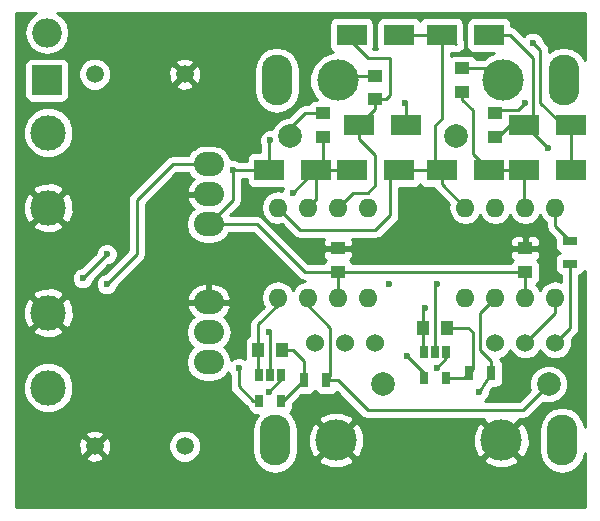
<source format=gbr>
G04 #@! TF.FileFunction,Copper,L2,Bot,Signal*
%FSLAX46Y46*%
G04 Gerber Fmt 4.6, Leading zero omitted, Abs format (unit mm)*
G04 Created by KiCad (PCBNEW 0.201505300414+5690~23~ubuntu14.04.1-product) date Sat 20 Jun 2015 09:37:00 PM PDT*
%MOMM*%
G01*
G04 APERTURE LIST*
%ADD10C,0.100000*%
%ADD11O,1.600000X1.600000*%
%ADD12R,1.250000X1.000000*%
%ADD13R,1.000000X1.250000*%
%ADD14R,0.700000X1.300000*%
%ADD15C,1.524000*%
%ADD16R,1.300000X0.700000*%
%ADD17R,0.650000X1.060000*%
%ADD18O,2.540000X2.032000*%
%ADD19R,2.500000X2.500000*%
%ADD20O,2.500000X2.500000*%
%ADD21R,2.499360X1.800860*%
%ADD22C,1.501140*%
%ADD23C,3.000000*%
%ADD24C,2.000000*%
%ADD25C,3.500000*%
%ADD26O,2.600000X4.300000*%
%ADD27C,0.600000*%
%ADD28C,0.250000*%
%ADD29C,0.254000*%
G04 APERTURE END LIST*
D10*
D11*
X97790000Y-74295000D03*
X95250000Y-74295000D03*
X92710000Y-74295000D03*
X90170000Y-74295000D03*
X90170000Y-81915000D03*
X92710000Y-81915000D03*
X95250000Y-81915000D03*
X97790000Y-81915000D03*
D12*
X98425000Y-65135000D03*
X98425000Y-63135000D03*
X93980000Y-68310000D03*
X93980000Y-66310000D03*
D13*
X90535000Y-86360000D03*
X88535000Y-86360000D03*
D12*
X95250000Y-77740000D03*
X95250000Y-79740000D03*
D14*
X94295000Y-88900000D03*
X92395000Y-88900000D03*
D15*
X95885000Y-85725000D03*
X98425000Y-85725000D03*
X93345000Y-85725000D03*
D11*
X113665000Y-74295000D03*
X111125000Y-74295000D03*
X108585000Y-74295000D03*
X106045000Y-74295000D03*
X106045000Y-81915000D03*
X108585000Y-81915000D03*
X111125000Y-81915000D03*
X113665000Y-81915000D03*
D12*
X105791000Y-64500000D03*
X105791000Y-62500000D03*
X108585000Y-68310000D03*
X108585000Y-66310000D03*
D13*
X104505000Y-84455000D03*
X102505000Y-84455000D03*
D12*
X111125000Y-77740000D03*
X111125000Y-79740000D03*
D16*
X114935000Y-79055000D03*
X114935000Y-77155000D03*
D14*
X108265000Y-88265000D03*
X106365000Y-88265000D03*
D15*
X111125000Y-85725000D03*
X113665000Y-85725000D03*
X108585000Y-85725000D03*
D17*
X88585000Y-88435000D03*
X89535000Y-88435000D03*
X90485000Y-88435000D03*
X90485000Y-90635000D03*
X88585000Y-90635000D03*
D18*
X84328000Y-73152000D03*
X84328000Y-75692000D03*
X84328000Y-70612000D03*
X84328000Y-84836000D03*
X84328000Y-87376000D03*
X84328000Y-82296000D03*
D17*
X102555000Y-86530000D03*
X103505000Y-86530000D03*
X104455000Y-86530000D03*
X104455000Y-88730000D03*
X102555000Y-88730000D03*
D19*
X70612000Y-63500000D03*
D20*
X70612000Y-59500000D03*
D21*
X89441020Y-71120000D03*
X93438980Y-71120000D03*
X96426020Y-71120000D03*
X100423980Y-71120000D03*
X101058980Y-67310000D03*
X97061020Y-67310000D03*
X96426020Y-59690000D03*
X100423980Y-59690000D03*
X115028980Y-67310000D03*
X111031020Y-67310000D03*
X108043980Y-59690000D03*
X104046020Y-59690000D03*
X115028980Y-71120000D03*
X111031020Y-71120000D03*
X108043980Y-71120000D03*
X104046020Y-71120000D03*
D22*
X82296000Y-62992000D03*
X74676000Y-62992000D03*
X82296000Y-94488000D03*
X74676000Y-94488000D03*
D23*
X70738000Y-89535000D03*
X70738000Y-67945000D03*
X70738000Y-83185000D03*
X70738000Y-74295000D03*
D24*
X99108000Y-89230000D03*
D25*
X95108000Y-93980000D03*
D26*
X89958000Y-93980000D03*
D25*
X109108000Y-93980000D03*
D26*
X114258000Y-93980000D03*
D24*
X113108000Y-89230000D03*
X105235000Y-68250000D03*
D25*
X109235000Y-63500000D03*
D26*
X114385000Y-63500000D03*
D25*
X95235000Y-63500000D03*
D26*
X90085000Y-63500000D03*
D24*
X91235000Y-68250000D03*
D27*
X99568000Y-80772000D03*
X91440000Y-73025000D03*
X89408000Y-84836000D03*
X103632000Y-80772000D03*
X86868000Y-87884000D03*
X101092000Y-86868000D03*
X89535000Y-68580000D03*
X100965000Y-65405000D03*
X111760000Y-60325000D03*
X86360000Y-71120000D03*
X103632000Y-87884000D03*
X89408000Y-89916000D03*
X97536000Y-77724000D03*
X108585000Y-77470000D03*
X113030000Y-69215000D03*
X102616000Y-82804000D03*
X107188000Y-89916000D03*
X75692000Y-80772000D03*
X111125000Y-65405000D03*
X73660000Y-80264000D03*
X75692000Y-78232000D03*
D28*
X97061020Y-67310000D02*
X97061020Y-68486020D01*
X96520000Y-73025000D02*
X95250000Y-74295000D01*
X97790000Y-73025000D02*
X96520000Y-73025000D01*
X98425000Y-72390000D02*
X97790000Y-73025000D01*
X98425000Y-69850000D02*
X98425000Y-72390000D01*
X97061020Y-68486020D02*
X98425000Y-69850000D01*
X98425000Y-65135000D02*
X99330000Y-65135000D01*
X97790000Y-61595000D02*
X96426020Y-60231020D01*
X99695000Y-61595000D02*
X97790000Y-61595000D01*
X99695000Y-64770000D02*
X99695000Y-61595000D01*
X99330000Y-65135000D02*
X99695000Y-64770000D01*
X96426020Y-60231020D02*
X96426020Y-59690000D01*
X98425000Y-65135000D02*
X98425000Y-65946020D01*
X98425000Y-65946020D02*
X97061020Y-67310000D01*
X97061020Y-67310000D02*
X96012000Y-67310000D01*
X96553020Y-66802000D02*
X97061020Y-67310000D01*
X93438980Y-71120000D02*
X93345000Y-71120000D01*
X93345000Y-71120000D02*
X91440000Y-73025000D01*
X93980000Y-68310000D02*
X93980000Y-70578980D01*
X93980000Y-70578980D02*
X93438980Y-71120000D01*
X93438980Y-71120000D02*
X93438980Y-73566020D01*
X93438980Y-73566020D02*
X92710000Y-74295000D01*
X93438980Y-71120000D02*
X96426020Y-71120000D01*
X93920000Y-68250000D02*
X93980000Y-68310000D01*
X89535000Y-84963000D02*
X89535000Y-88435000D01*
X89408000Y-84836000D02*
X89535000Y-84963000D01*
X103505000Y-86530000D02*
X103505000Y-80899000D01*
X103505000Y-80899000D02*
X103632000Y-80772000D01*
X90170000Y-74295000D02*
X92075000Y-76200000D01*
X99695000Y-74930000D02*
X99695000Y-71848980D01*
X98425000Y-76200000D02*
X99695000Y-74930000D01*
X92075000Y-76200000D02*
X98425000Y-76200000D01*
X99695000Y-71848980D02*
X100423980Y-71120000D01*
X104046020Y-71120000D02*
X104046020Y-72296020D01*
X104046020Y-72296020D02*
X106045000Y-74295000D01*
X104046020Y-59690000D02*
X104046020Y-66768980D01*
X103505000Y-67310000D02*
X103505000Y-70578980D01*
X104046020Y-66768980D02*
X103505000Y-67310000D01*
X103505000Y-70578980D02*
X104046020Y-71120000D01*
X100423980Y-59690000D02*
X104046020Y-59690000D01*
X100423980Y-71120000D02*
X104046020Y-71120000D01*
X100423980Y-59690000D02*
X100457000Y-59690000D01*
X100423980Y-71120000D02*
X100423980Y-70578980D01*
X104046020Y-59690000D02*
X104013000Y-59690000D01*
X104521000Y-59690000D02*
X105283000Y-60452000D01*
X104046020Y-59690000D02*
X104521000Y-59690000D01*
X88535000Y-86360000D02*
X88535000Y-88385000D01*
X88535000Y-88385000D02*
X88585000Y-88435000D01*
X90170000Y-81915000D02*
X90170000Y-82550000D01*
X90170000Y-82550000D02*
X88535000Y-84185000D01*
X88535000Y-84185000D02*
X88535000Y-86360000D01*
X94295000Y-88900000D02*
X95250000Y-88900000D01*
X110898000Y-91440000D02*
X113108000Y-89230000D01*
X97790000Y-91440000D02*
X110898000Y-91440000D01*
X95250000Y-88900000D02*
X97790000Y-91440000D01*
X92710000Y-81915000D02*
X92710000Y-82550000D01*
X92710000Y-82550000D02*
X94615000Y-84455000D01*
X94615000Y-84455000D02*
X94615000Y-88580000D01*
X94615000Y-88580000D02*
X94295000Y-88900000D01*
X88585000Y-90635000D02*
X88095000Y-90635000D01*
X86868000Y-89408000D02*
X86868000Y-87884000D01*
X88095000Y-90635000D02*
X86868000Y-89408000D01*
X102555000Y-88730000D02*
X102555000Y-88331000D01*
X102555000Y-88331000D02*
X101092000Y-86868000D01*
X111125000Y-79740000D02*
X111125000Y-81915000D01*
X95250000Y-79740000D02*
X111125000Y-79740000D01*
X95250000Y-79740000D02*
X95250000Y-81915000D01*
X84328000Y-75692000D02*
X88392000Y-75692000D01*
X92440000Y-79740000D02*
X95250000Y-79740000D01*
X88392000Y-75692000D02*
X92440000Y-79740000D01*
X89441020Y-68673980D02*
X89441020Y-71120000D01*
X89535000Y-68580000D02*
X89441020Y-68673980D01*
X115028980Y-67310000D02*
X114300000Y-67310000D01*
X114300000Y-67310000D02*
X112395000Y-65405000D01*
X101058980Y-65498980D02*
X101058980Y-67310000D01*
X100965000Y-65405000D02*
X101058980Y-65498980D01*
X112395000Y-60960000D02*
X111760000Y-60325000D01*
X112395000Y-65405000D02*
X112395000Y-60960000D01*
X115028980Y-67310000D02*
X115028980Y-71120000D01*
X86360000Y-71120000D02*
X89441020Y-71120000D01*
X84328000Y-75692000D02*
X86360000Y-73660000D01*
X86360000Y-73660000D02*
X86360000Y-71120000D01*
X88949020Y-71612000D02*
X89441020Y-71120000D01*
X84328000Y-75692000D02*
X84582000Y-75692000D01*
X115028980Y-71120000D02*
X114046000Y-71120000D01*
X98425000Y-63135000D02*
X95600000Y-63135000D01*
X95600000Y-63135000D02*
X95235000Y-63500000D01*
X91235000Y-68250000D02*
X91235000Y-67515000D01*
X91235000Y-67515000D02*
X92440000Y-66310000D01*
X92440000Y-66310000D02*
X93980000Y-66310000D01*
X104455000Y-86530000D02*
X104455000Y-87061000D01*
X104455000Y-87061000D02*
X103632000Y-87884000D01*
X90485000Y-88435000D02*
X90485000Y-88839000D01*
X90485000Y-88839000D02*
X89408000Y-89916000D01*
X95250000Y-77740000D02*
X97520000Y-77740000D01*
X97520000Y-77740000D02*
X97536000Y-77724000D01*
X111125000Y-77740000D02*
X108855000Y-77740000D01*
X108855000Y-77740000D02*
X108585000Y-77470000D01*
X90535000Y-88385000D02*
X90485000Y-88435000D01*
X90535000Y-86360000D02*
X91440000Y-86360000D01*
X92395000Y-87315000D02*
X92395000Y-88900000D01*
X91440000Y-86360000D02*
X92395000Y-87315000D01*
X90485000Y-90635000D02*
X90660000Y-90635000D01*
X90660000Y-90635000D02*
X92395000Y-88900000D01*
X113665000Y-74295000D02*
X113665000Y-75885000D01*
X113665000Y-75885000D02*
X114935000Y-77155000D01*
X111031020Y-71120000D02*
X111031020Y-74201020D01*
X111031020Y-74201020D02*
X111125000Y-74295000D01*
X105791000Y-64500000D02*
X105791000Y-65151000D01*
X106680000Y-69756020D02*
X108043980Y-71120000D01*
X106680000Y-66040000D02*
X106680000Y-69756020D01*
X105791000Y-65151000D02*
X106680000Y-66040000D01*
X108043980Y-71120000D02*
X111031020Y-71120000D01*
X113030000Y-69215000D02*
X111125000Y-67310000D01*
X111125000Y-67310000D02*
X111031020Y-67310000D01*
X111031020Y-67310000D02*
X109855000Y-67310000D01*
X109855000Y-67310000D02*
X108855000Y-68310000D01*
X108855000Y-68310000D02*
X108585000Y-68310000D01*
X108043980Y-59690000D02*
X109855000Y-59690000D01*
X111760000Y-61595000D02*
X111760000Y-66581020D01*
X109855000Y-59690000D02*
X111760000Y-61595000D01*
X111760000Y-66581020D02*
X111031020Y-67310000D01*
X111031020Y-67403980D02*
X111031020Y-67310000D01*
X108043980Y-59690000D02*
X109093000Y-59690000D01*
X108535000Y-68260000D02*
X108585000Y-68310000D01*
X108585000Y-68310000D02*
X108585000Y-68326000D01*
X102505000Y-84455000D02*
X102505000Y-82915000D01*
X102505000Y-82915000D02*
X102616000Y-82804000D01*
X102505000Y-84455000D02*
X102505000Y-86480000D01*
X102505000Y-86480000D02*
X102555000Y-86530000D01*
X102505000Y-84455000D02*
X102505000Y-84185000D01*
X102489000Y-84455000D02*
X102505000Y-84455000D01*
X107188000Y-89916000D02*
X108265000Y-88265000D01*
X108265000Y-88265000D02*
X108265000Y-87310000D01*
X107315000Y-83185000D02*
X108585000Y-81915000D01*
X107315000Y-86360000D02*
X107315000Y-83185000D01*
X108265000Y-87310000D02*
X107315000Y-86360000D01*
X108585000Y-81915000D02*
X109093000Y-81915000D01*
X113665000Y-81915000D02*
X113665000Y-83185000D01*
X113665000Y-83185000D02*
X111125000Y-85725000D01*
X81280000Y-70612000D02*
X84328000Y-70612000D01*
X78232000Y-73660000D02*
X81280000Y-70612000D01*
X78232000Y-78232000D02*
X78232000Y-73660000D01*
X75692000Y-80772000D02*
X78232000Y-78232000D01*
X105791000Y-62500000D02*
X108235000Y-62500000D01*
X108235000Y-62500000D02*
X109235000Y-63500000D01*
X111125000Y-65405000D02*
X110490000Y-66040000D01*
X110490000Y-66040000D02*
X108855000Y-66040000D01*
X108855000Y-66040000D02*
X108585000Y-66310000D01*
X104505000Y-84455000D02*
X106299000Y-84455000D01*
X106680000Y-84836000D02*
X106680000Y-87950000D01*
X106299000Y-84455000D02*
X106680000Y-84836000D01*
X106680000Y-87950000D02*
X106365000Y-88265000D01*
X104455000Y-88730000D02*
X105900000Y-88730000D01*
X105900000Y-88730000D02*
X106365000Y-88265000D01*
X106290000Y-88265000D02*
X106365000Y-88265000D01*
X106365000Y-88707000D02*
X106365000Y-88265000D01*
X104505000Y-84471000D02*
X104505000Y-84455000D01*
X73660000Y-80264000D02*
X75692000Y-78232000D01*
X113665000Y-85725000D02*
X114935000Y-84455000D01*
X114935000Y-84455000D02*
X114935000Y-79055000D01*
D29*
G36*
X90632000Y-88562000D02*
X90612000Y-88562000D01*
X90612000Y-88582000D01*
X90507440Y-88582000D01*
X90507440Y-88288000D01*
X90612000Y-88288000D01*
X90612000Y-88308000D01*
X90632000Y-88308000D01*
X90632000Y-88562000D01*
X90632000Y-88562000D01*
G37*
X90632000Y-88562000D02*
X90612000Y-88562000D01*
X90612000Y-88582000D01*
X90507440Y-88582000D01*
X90507440Y-88288000D01*
X90612000Y-88288000D01*
X90612000Y-88308000D01*
X90632000Y-88308000D01*
X90632000Y-88562000D01*
G36*
X114175000Y-80553332D02*
X113665000Y-80451887D01*
X113115849Y-80561120D01*
X112650302Y-80872189D01*
X112395000Y-81254274D01*
X112139698Y-80872189D01*
X112042596Y-80807307D01*
X112204927Y-80700673D01*
X112347377Y-80489640D01*
X112397440Y-80240000D01*
X112397440Y-79240000D01*
X112350463Y-78997877D01*
X112210673Y-78785073D01*
X112146362Y-78741662D01*
X112288327Y-78599698D01*
X112385000Y-78366309D01*
X112385000Y-78025750D01*
X112385000Y-77454250D01*
X112385000Y-77113691D01*
X112288327Y-76880302D01*
X112109699Y-76701673D01*
X111876310Y-76605000D01*
X111623691Y-76605000D01*
X111410750Y-76605000D01*
X111252000Y-76763750D01*
X111252000Y-77613000D01*
X112226250Y-77613000D01*
X112385000Y-77454250D01*
X112385000Y-78025750D01*
X112226250Y-77867000D01*
X111252000Y-77867000D01*
X111252000Y-77887000D01*
X110998000Y-77887000D01*
X110998000Y-77867000D01*
X110998000Y-77613000D01*
X110998000Y-76763750D01*
X110839250Y-76605000D01*
X110626309Y-76605000D01*
X110373690Y-76605000D01*
X110140301Y-76701673D01*
X109961673Y-76880302D01*
X109865000Y-77113691D01*
X109865000Y-77454250D01*
X110023750Y-77613000D01*
X110998000Y-77613000D01*
X110998000Y-77867000D01*
X110023750Y-77867000D01*
X109865000Y-78025750D01*
X109865000Y-78366309D01*
X109961673Y-78599698D01*
X110103150Y-78741176D01*
X110045073Y-78779327D01*
X109909616Y-78980000D01*
X96463719Y-78980000D01*
X96335673Y-78785073D01*
X96271362Y-78741662D01*
X96413327Y-78599698D01*
X96510000Y-78366309D01*
X96510000Y-78025750D01*
X96351250Y-77867000D01*
X95377000Y-77867000D01*
X95377000Y-77887000D01*
X95123000Y-77887000D01*
X95123000Y-77867000D01*
X94148750Y-77867000D01*
X93990000Y-78025750D01*
X93990000Y-78366309D01*
X94086673Y-78599698D01*
X94228150Y-78741176D01*
X94170073Y-78779327D01*
X94034616Y-78980000D01*
X92754802Y-78980000D01*
X88929401Y-75154599D01*
X88682839Y-74989852D01*
X88392000Y-74932000D01*
X86162802Y-74932000D01*
X86897401Y-74197401D01*
X87062148Y-73950839D01*
X87120000Y-73660000D01*
X87120000Y-71880000D01*
X87543900Y-71880000D01*
X87543900Y-72020430D01*
X87590877Y-72262553D01*
X87730667Y-72475357D01*
X87941700Y-72617807D01*
X88191340Y-72667870D01*
X90575889Y-72667870D01*
X90505162Y-72838201D01*
X90505109Y-72898544D01*
X90170000Y-72831887D01*
X89620849Y-72941120D01*
X89155302Y-73252189D01*
X88844233Y-73717736D01*
X88735000Y-74266887D01*
X88735000Y-74323113D01*
X88844233Y-74872264D01*
X89155302Y-75337811D01*
X89620849Y-75648880D01*
X90170000Y-75758113D01*
X90493886Y-75693688D01*
X91537599Y-76737401D01*
X91784161Y-76902148D01*
X92075000Y-76960000D01*
X94053660Y-76960000D01*
X93990000Y-77113691D01*
X93990000Y-77454250D01*
X94148750Y-77613000D01*
X95123000Y-77613000D01*
X95123000Y-77593000D01*
X95377000Y-77593000D01*
X95377000Y-77613000D01*
X96351250Y-77613000D01*
X96510000Y-77454250D01*
X96510000Y-77113691D01*
X96446339Y-76960000D01*
X98425000Y-76960000D01*
X98715839Y-76902148D01*
X98962401Y-76737401D01*
X100232401Y-75467401D01*
X100397148Y-75220840D01*
X100397148Y-75220839D01*
X100455000Y-74930000D01*
X100455000Y-72667870D01*
X101673660Y-72667870D01*
X101915783Y-72620893D01*
X102128587Y-72481103D01*
X102235448Y-72322792D01*
X102335667Y-72475357D01*
X102546700Y-72617807D01*
X102796340Y-72667870D01*
X103398001Y-72667870D01*
X103508619Y-72833421D01*
X104665096Y-73989898D01*
X104610000Y-74266887D01*
X104610000Y-74323113D01*
X104719233Y-74872264D01*
X105030302Y-75337811D01*
X105495849Y-75648880D01*
X106045000Y-75758113D01*
X106594151Y-75648880D01*
X107059698Y-75337811D01*
X107315000Y-74955725D01*
X107570302Y-75337811D01*
X108035849Y-75648880D01*
X108585000Y-75758113D01*
X109134151Y-75648880D01*
X109599698Y-75337811D01*
X109855000Y-74955725D01*
X110110302Y-75337811D01*
X110575849Y-75648880D01*
X111125000Y-75758113D01*
X111674151Y-75648880D01*
X112139698Y-75337811D01*
X112395000Y-74955725D01*
X112650302Y-75337811D01*
X112905000Y-75507995D01*
X112905000Y-75885000D01*
X112962852Y-76175839D01*
X113127599Y-76422401D01*
X113637560Y-76932362D01*
X113637560Y-77505000D01*
X113684537Y-77747123D01*
X113824327Y-77959927D01*
X114035360Y-78102377D01*
X114044530Y-78104216D01*
X114042877Y-78104537D01*
X113830073Y-78244327D01*
X113687623Y-78455360D01*
X113637560Y-78705000D01*
X113637560Y-79405000D01*
X113684537Y-79647123D01*
X113824327Y-79859927D01*
X114035360Y-80002377D01*
X114175000Y-80030380D01*
X114175000Y-80553332D01*
X114175000Y-80553332D01*
G37*
X114175000Y-80553332D02*
X113665000Y-80451887D01*
X113115849Y-80561120D01*
X112650302Y-80872189D01*
X112395000Y-81254274D01*
X112139698Y-80872189D01*
X112042596Y-80807307D01*
X112204927Y-80700673D01*
X112347377Y-80489640D01*
X112397440Y-80240000D01*
X112397440Y-79240000D01*
X112350463Y-78997877D01*
X112210673Y-78785073D01*
X112146362Y-78741662D01*
X112288327Y-78599698D01*
X112385000Y-78366309D01*
X112385000Y-78025750D01*
X112385000Y-77454250D01*
X112385000Y-77113691D01*
X112288327Y-76880302D01*
X112109699Y-76701673D01*
X111876310Y-76605000D01*
X111623691Y-76605000D01*
X111410750Y-76605000D01*
X111252000Y-76763750D01*
X111252000Y-77613000D01*
X112226250Y-77613000D01*
X112385000Y-77454250D01*
X112385000Y-78025750D01*
X112226250Y-77867000D01*
X111252000Y-77867000D01*
X111252000Y-77887000D01*
X110998000Y-77887000D01*
X110998000Y-77867000D01*
X110998000Y-77613000D01*
X110998000Y-76763750D01*
X110839250Y-76605000D01*
X110626309Y-76605000D01*
X110373690Y-76605000D01*
X110140301Y-76701673D01*
X109961673Y-76880302D01*
X109865000Y-77113691D01*
X109865000Y-77454250D01*
X110023750Y-77613000D01*
X110998000Y-77613000D01*
X110998000Y-77867000D01*
X110023750Y-77867000D01*
X109865000Y-78025750D01*
X109865000Y-78366309D01*
X109961673Y-78599698D01*
X110103150Y-78741176D01*
X110045073Y-78779327D01*
X109909616Y-78980000D01*
X96463719Y-78980000D01*
X96335673Y-78785073D01*
X96271362Y-78741662D01*
X96413327Y-78599698D01*
X96510000Y-78366309D01*
X96510000Y-78025750D01*
X96351250Y-77867000D01*
X95377000Y-77867000D01*
X95377000Y-77887000D01*
X95123000Y-77887000D01*
X95123000Y-77867000D01*
X94148750Y-77867000D01*
X93990000Y-78025750D01*
X93990000Y-78366309D01*
X94086673Y-78599698D01*
X94228150Y-78741176D01*
X94170073Y-78779327D01*
X94034616Y-78980000D01*
X92754802Y-78980000D01*
X88929401Y-75154599D01*
X88682839Y-74989852D01*
X88392000Y-74932000D01*
X86162802Y-74932000D01*
X86897401Y-74197401D01*
X87062148Y-73950839D01*
X87120000Y-73660000D01*
X87120000Y-71880000D01*
X87543900Y-71880000D01*
X87543900Y-72020430D01*
X87590877Y-72262553D01*
X87730667Y-72475357D01*
X87941700Y-72617807D01*
X88191340Y-72667870D01*
X90575889Y-72667870D01*
X90505162Y-72838201D01*
X90505109Y-72898544D01*
X90170000Y-72831887D01*
X89620849Y-72941120D01*
X89155302Y-73252189D01*
X88844233Y-73717736D01*
X88735000Y-74266887D01*
X88735000Y-74323113D01*
X88844233Y-74872264D01*
X89155302Y-75337811D01*
X89620849Y-75648880D01*
X90170000Y-75758113D01*
X90493886Y-75693688D01*
X91537599Y-76737401D01*
X91784161Y-76902148D01*
X92075000Y-76960000D01*
X94053660Y-76960000D01*
X93990000Y-77113691D01*
X93990000Y-77454250D01*
X94148750Y-77613000D01*
X95123000Y-77613000D01*
X95123000Y-77593000D01*
X95377000Y-77593000D01*
X95377000Y-77613000D01*
X96351250Y-77613000D01*
X96510000Y-77454250D01*
X96510000Y-77113691D01*
X96446339Y-76960000D01*
X98425000Y-76960000D01*
X98715839Y-76902148D01*
X98962401Y-76737401D01*
X100232401Y-75467401D01*
X100397148Y-75220840D01*
X100397148Y-75220839D01*
X100455000Y-74930000D01*
X100455000Y-72667870D01*
X101673660Y-72667870D01*
X101915783Y-72620893D01*
X102128587Y-72481103D01*
X102235448Y-72322792D01*
X102335667Y-72475357D01*
X102546700Y-72617807D01*
X102796340Y-72667870D01*
X103398001Y-72667870D01*
X103508619Y-72833421D01*
X104665096Y-73989898D01*
X104610000Y-74266887D01*
X104610000Y-74323113D01*
X104719233Y-74872264D01*
X105030302Y-75337811D01*
X105495849Y-75648880D01*
X106045000Y-75758113D01*
X106594151Y-75648880D01*
X107059698Y-75337811D01*
X107315000Y-74955725D01*
X107570302Y-75337811D01*
X108035849Y-75648880D01*
X108585000Y-75758113D01*
X109134151Y-75648880D01*
X109599698Y-75337811D01*
X109855000Y-74955725D01*
X110110302Y-75337811D01*
X110575849Y-75648880D01*
X111125000Y-75758113D01*
X111674151Y-75648880D01*
X112139698Y-75337811D01*
X112395000Y-74955725D01*
X112650302Y-75337811D01*
X112905000Y-75507995D01*
X112905000Y-75885000D01*
X112962852Y-76175839D01*
X113127599Y-76422401D01*
X113637560Y-76932362D01*
X113637560Y-77505000D01*
X113684537Y-77747123D01*
X113824327Y-77959927D01*
X114035360Y-78102377D01*
X114044530Y-78104216D01*
X114042877Y-78104537D01*
X113830073Y-78244327D01*
X113687623Y-78455360D01*
X113637560Y-78705000D01*
X113637560Y-79405000D01*
X113684537Y-79647123D01*
X113824327Y-79859927D01*
X114035360Y-80002377D01*
X114175000Y-80030380D01*
X114175000Y-80553332D01*
G36*
X116155000Y-99645000D02*
X111498956Y-99645000D01*
X111498956Y-94423409D01*
X111486641Y-93474677D01*
X111147271Y-92655364D01*
X110802528Y-92465077D01*
X109287605Y-93980000D01*
X110802528Y-95494923D01*
X111147271Y-95304636D01*
X111498956Y-94423409D01*
X111498956Y-99645000D01*
X110622923Y-99645000D01*
X110622923Y-95674528D01*
X109108000Y-94159605D01*
X108928395Y-94339210D01*
X108928395Y-93980000D01*
X107413472Y-92465077D01*
X107068729Y-92655364D01*
X106717044Y-93536591D01*
X106729359Y-94485323D01*
X107068729Y-95304636D01*
X107413472Y-95494923D01*
X108928395Y-93980000D01*
X108928395Y-94339210D01*
X107593077Y-95674528D01*
X107783364Y-96019271D01*
X108664591Y-96370956D01*
X109613323Y-96358641D01*
X110432636Y-96019271D01*
X110622923Y-95674528D01*
X110622923Y-99645000D01*
X97498956Y-99645000D01*
X97498956Y-94423409D01*
X97486641Y-93474677D01*
X97147271Y-92655364D01*
X96802528Y-92465077D01*
X96622923Y-92644682D01*
X96622923Y-92285472D01*
X96432636Y-91940729D01*
X95551409Y-91589044D01*
X94602677Y-91601359D01*
X93783364Y-91940729D01*
X93593077Y-92285472D01*
X95108000Y-93800395D01*
X96622923Y-92285472D01*
X96622923Y-92644682D01*
X95287605Y-93980000D01*
X96802528Y-95494923D01*
X97147271Y-95304636D01*
X97498956Y-94423409D01*
X97498956Y-99645000D01*
X96622923Y-99645000D01*
X96622923Y-95674528D01*
X95108000Y-94159605D01*
X94928395Y-94339210D01*
X94928395Y-93980000D01*
X93413472Y-92465077D01*
X93068729Y-92655364D01*
X92717044Y-93536591D01*
X92729359Y-94485323D01*
X93068729Y-95304636D01*
X93413472Y-95494923D01*
X94928395Y-93980000D01*
X94928395Y-94339210D01*
X93593077Y-95674528D01*
X93783364Y-96019271D01*
X94664591Y-96370956D01*
X95613323Y-96358641D01*
X96432636Y-96019271D01*
X96622923Y-95674528D01*
X96622923Y-99645000D01*
X83681810Y-99645000D01*
X83681810Y-94213602D01*
X83471314Y-93704163D01*
X83081887Y-93314056D01*
X82572816Y-93102671D01*
X82021602Y-93102190D01*
X81512163Y-93312686D01*
X81122056Y-93702113D01*
X80910671Y-94211184D01*
X80910190Y-94762398D01*
X81120686Y-95271837D01*
X81510113Y-95661944D01*
X82019184Y-95873329D01*
X82570398Y-95873810D01*
X83079837Y-95663314D01*
X83469944Y-95273887D01*
X83681329Y-94764816D01*
X83681810Y-94213602D01*
X83681810Y-99645000D01*
X76073767Y-99645000D01*
X76073767Y-94692966D01*
X76045805Y-94142462D01*
X75888931Y-93763735D01*
X75647930Y-93695675D01*
X75468325Y-93875280D01*
X75468325Y-93516070D01*
X75400265Y-93275069D01*
X74880966Y-93090233D01*
X74330462Y-93118195D01*
X73951735Y-93275069D01*
X73883675Y-93516070D01*
X74676000Y-94308395D01*
X75468325Y-93516070D01*
X75468325Y-93875280D01*
X74855605Y-94488000D01*
X75647930Y-95280325D01*
X75888931Y-95212265D01*
X76073767Y-94692966D01*
X76073767Y-99645000D01*
X75468325Y-99645000D01*
X75468325Y-95459930D01*
X74676000Y-94667605D01*
X74496395Y-94847210D01*
X74496395Y-94488000D01*
X73704070Y-93695675D01*
X73463069Y-93763735D01*
X73278233Y-94283034D01*
X73306195Y-94833538D01*
X73463069Y-95212265D01*
X73704070Y-95280325D01*
X74496395Y-94488000D01*
X74496395Y-94847210D01*
X73883675Y-95459930D01*
X73951735Y-95700931D01*
X74471034Y-95885767D01*
X75021538Y-95857805D01*
X75400265Y-95700931D01*
X75468325Y-95459930D01*
X75468325Y-99645000D01*
X72880723Y-99645000D01*
X72880723Y-83568813D01*
X72864497Y-82719613D01*
X72570739Y-82010418D01*
X72251970Y-81850635D01*
X72072365Y-82030240D01*
X72072365Y-81671030D01*
X72072365Y-75808970D01*
X70738000Y-74474605D01*
X70558395Y-74654210D01*
X70558395Y-74295000D01*
X69224030Y-72960635D01*
X68905261Y-73120418D01*
X68595277Y-73911187D01*
X68611503Y-74760387D01*
X68905261Y-75469582D01*
X69224030Y-75629365D01*
X70558395Y-74295000D01*
X70558395Y-74654210D01*
X69403635Y-75808970D01*
X69563418Y-76127739D01*
X70354187Y-76437723D01*
X71203387Y-76421497D01*
X71912582Y-76127739D01*
X72072365Y-75808970D01*
X72072365Y-81671030D01*
X71912582Y-81352261D01*
X71121813Y-81042277D01*
X70272613Y-81058503D01*
X69563418Y-81352261D01*
X69403635Y-81671030D01*
X70738000Y-83005395D01*
X72072365Y-81671030D01*
X72072365Y-82030240D01*
X70917605Y-83185000D01*
X72251970Y-84519365D01*
X72570739Y-84359582D01*
X72880723Y-83568813D01*
X72880723Y-99645000D01*
X72873370Y-99645000D01*
X72873370Y-89112185D01*
X72549020Y-88327200D01*
X72072365Y-87849712D01*
X72072365Y-84698970D01*
X70738000Y-83364605D01*
X70558395Y-83544210D01*
X70558395Y-83185000D01*
X69224030Y-81850635D01*
X68905261Y-82010418D01*
X68595277Y-82801187D01*
X68611503Y-83650387D01*
X68905261Y-84359582D01*
X69224030Y-84519365D01*
X70558395Y-83185000D01*
X70558395Y-83544210D01*
X69403635Y-84698970D01*
X69563418Y-85017739D01*
X70354187Y-85327723D01*
X71203387Y-85311497D01*
X71912582Y-85017739D01*
X72072365Y-84698970D01*
X72072365Y-87849712D01*
X71948959Y-87726091D01*
X71164541Y-87400372D01*
X70315185Y-87399630D01*
X69530200Y-87723980D01*
X68929091Y-88324041D01*
X68603372Y-89108459D01*
X68602630Y-89957815D01*
X68926980Y-90742800D01*
X69527041Y-91343909D01*
X70311459Y-91669628D01*
X71160815Y-91670370D01*
X71945800Y-91346020D01*
X72546909Y-90745959D01*
X72872628Y-89961541D01*
X72873370Y-89112185D01*
X72873370Y-99645000D01*
X67995000Y-99645000D01*
X67995000Y-57835000D01*
X69739203Y-57835000D01*
X69242175Y-58167104D01*
X68833558Y-58778642D01*
X68690071Y-59500000D01*
X68833558Y-60221358D01*
X69242175Y-60832896D01*
X69853713Y-61241513D01*
X70575071Y-61385000D01*
X70648929Y-61385000D01*
X71370287Y-61241513D01*
X71981825Y-60832896D01*
X72390442Y-60221358D01*
X72533929Y-59500000D01*
X72390442Y-58778642D01*
X71981825Y-58167104D01*
X71484796Y-57835000D01*
X116155000Y-57835000D01*
X116155000Y-61828446D01*
X115753252Y-61227187D01*
X115125492Y-60807732D01*
X114385000Y-60660439D01*
X113644508Y-60807732D01*
X113155000Y-61134810D01*
X113155000Y-60960000D01*
X113097148Y-60669161D01*
X112932401Y-60422599D01*
X112695122Y-60185320D01*
X112695162Y-60139833D01*
X112553117Y-59796057D01*
X112290327Y-59532808D01*
X111946799Y-59390162D01*
X111574833Y-59389838D01*
X111231057Y-59531883D01*
X111001170Y-59761368D01*
X110392401Y-59152599D01*
X110145839Y-58987852D01*
X109941100Y-58947126D01*
X109941100Y-58789570D01*
X109894123Y-58547447D01*
X109754333Y-58334643D01*
X109543300Y-58192193D01*
X109293660Y-58142130D01*
X106794300Y-58142130D01*
X106552177Y-58189107D01*
X106339373Y-58328897D01*
X106196923Y-58539930D01*
X106146860Y-58789570D01*
X106146860Y-60590430D01*
X106193837Y-60832553D01*
X106333627Y-61045357D01*
X106544660Y-61187807D01*
X106794300Y-61237870D01*
X108464307Y-61237870D01*
X107885771Y-61476916D01*
X107622227Y-61740000D01*
X107004719Y-61740000D01*
X106876673Y-61545073D01*
X106665640Y-61402623D01*
X106416000Y-61352560D01*
X105166000Y-61352560D01*
X104923877Y-61399537D01*
X104806020Y-61476956D01*
X104806020Y-61237870D01*
X105295700Y-61237870D01*
X105537823Y-61190893D01*
X105750627Y-61051103D01*
X105769169Y-61023632D01*
X105820401Y-60989401D01*
X105985148Y-60742840D01*
X106043000Y-60452000D01*
X105985148Y-60161161D01*
X105943140Y-60098291D01*
X105943140Y-58789570D01*
X105896163Y-58547447D01*
X105756373Y-58334643D01*
X105545340Y-58192193D01*
X105295700Y-58142130D01*
X102796340Y-58142130D01*
X102554217Y-58189107D01*
X102341413Y-58328897D01*
X102234551Y-58487207D01*
X102134333Y-58334643D01*
X101923300Y-58192193D01*
X101673660Y-58142130D01*
X99174300Y-58142130D01*
X98932177Y-58189107D01*
X98719373Y-58328897D01*
X98576923Y-58539930D01*
X98526860Y-58789570D01*
X98526860Y-60590430D01*
X98573837Y-60832553D01*
X98575444Y-60835000D01*
X98274093Y-60835000D01*
X98323140Y-60590430D01*
X98323140Y-58789570D01*
X98276163Y-58547447D01*
X98136373Y-58334643D01*
X97925340Y-58192193D01*
X97675700Y-58142130D01*
X95176340Y-58142130D01*
X94934217Y-58189107D01*
X94721413Y-58328897D01*
X94578963Y-58539930D01*
X94528900Y-58789570D01*
X94528900Y-60590430D01*
X94575877Y-60832553D01*
X94715667Y-61045357D01*
X94818299Y-61114635D01*
X94762675Y-61114587D01*
X93885771Y-61476916D01*
X93214274Y-62147242D01*
X92850415Y-63023513D01*
X92849587Y-63972325D01*
X93211916Y-64849229D01*
X93524700Y-65162560D01*
X93355000Y-65162560D01*
X93112877Y-65209537D01*
X92900073Y-65349327D01*
X92764616Y-65550000D01*
X92440000Y-65550000D01*
X92149160Y-65607852D01*
X92020000Y-65694154D01*
X92020000Y-64404561D01*
X92020000Y-62595439D01*
X91872707Y-61854947D01*
X91453252Y-61227187D01*
X90825492Y-60807732D01*
X90085000Y-60660439D01*
X89344508Y-60807732D01*
X88716748Y-61227187D01*
X88297293Y-61854947D01*
X88150000Y-62595439D01*
X88150000Y-64404561D01*
X88297293Y-65145053D01*
X88716748Y-65772813D01*
X89344508Y-66192268D01*
X90085000Y-66339561D01*
X90825492Y-66192268D01*
X91453252Y-65772813D01*
X91872707Y-65145053D01*
X92020000Y-64404561D01*
X92020000Y-65694154D01*
X91902599Y-65772599D01*
X91060351Y-66614846D01*
X90911205Y-66614716D01*
X90310057Y-66863106D01*
X89849722Y-67322637D01*
X89715800Y-67645156D01*
X89349833Y-67644838D01*
X89006057Y-67786883D01*
X88742808Y-68049673D01*
X88600162Y-68393201D01*
X88599838Y-68765167D01*
X88681020Y-68961642D01*
X88681020Y-69572130D01*
X88191340Y-69572130D01*
X87949217Y-69619107D01*
X87736413Y-69758897D01*
X87593963Y-69969930D01*
X87543900Y-70219570D01*
X87543900Y-70360000D01*
X86922462Y-70360000D01*
X86890327Y-70327808D01*
X86546799Y-70185162D01*
X86185354Y-70184847D01*
X86144646Y-69980190D01*
X85786754Y-69444567D01*
X85251131Y-69086675D01*
X84619321Y-68961000D01*
X84036679Y-68961000D01*
X83693767Y-69029209D01*
X83693767Y-63196966D01*
X83665805Y-62646462D01*
X83508931Y-62267735D01*
X83267930Y-62199675D01*
X83088325Y-62379280D01*
X83088325Y-62020070D01*
X83020265Y-61779069D01*
X82500966Y-61594233D01*
X81950462Y-61622195D01*
X81571735Y-61779069D01*
X81503675Y-62020070D01*
X82296000Y-62812395D01*
X83088325Y-62020070D01*
X83088325Y-62379280D01*
X82475605Y-62992000D01*
X83267930Y-63784325D01*
X83508931Y-63716265D01*
X83693767Y-63196966D01*
X83693767Y-69029209D01*
X83404869Y-69086675D01*
X83088325Y-69298183D01*
X83088325Y-63963930D01*
X82296000Y-63171605D01*
X82116395Y-63351210D01*
X82116395Y-62992000D01*
X81324070Y-62199675D01*
X81083069Y-62267735D01*
X80898233Y-62787034D01*
X80926195Y-63337538D01*
X81083069Y-63716265D01*
X81324070Y-63784325D01*
X82116395Y-62992000D01*
X82116395Y-63351210D01*
X81503675Y-63963930D01*
X81571735Y-64204931D01*
X82091034Y-64389767D01*
X82641538Y-64361805D01*
X83020265Y-64204931D01*
X83088325Y-63963930D01*
X83088325Y-69298183D01*
X82869246Y-69444567D01*
X82597007Y-69852000D01*
X81280000Y-69852000D01*
X80989161Y-69909852D01*
X80742599Y-70074599D01*
X77694599Y-73122599D01*
X77529852Y-73369161D01*
X77472000Y-73660000D01*
X77472000Y-77917198D01*
X76627162Y-78762035D01*
X76627162Y-78046833D01*
X76485117Y-77703057D01*
X76222327Y-77439808D01*
X76061810Y-77373155D01*
X76061810Y-62717602D01*
X75851314Y-62208163D01*
X75461887Y-61818056D01*
X74952816Y-61606671D01*
X74401602Y-61606190D01*
X73892163Y-61816686D01*
X73502056Y-62206113D01*
X73290671Y-62715184D01*
X73290190Y-63266398D01*
X73500686Y-63775837D01*
X73890113Y-64165944D01*
X74399184Y-64377329D01*
X74950398Y-64377810D01*
X75459837Y-64167314D01*
X75849944Y-63777887D01*
X76061329Y-63268816D01*
X76061810Y-62717602D01*
X76061810Y-77373155D01*
X75878799Y-77297162D01*
X75506833Y-77296838D01*
X75163057Y-77438883D01*
X74899808Y-77701673D01*
X74757162Y-78045201D01*
X74757121Y-78092076D01*
X73520320Y-79328877D01*
X73474833Y-79328838D01*
X73131057Y-79470883D01*
X72880723Y-79720780D01*
X72880723Y-74678813D01*
X72873370Y-74293988D01*
X72873370Y-67522185D01*
X72549020Y-66737200D01*
X72509440Y-66697550D01*
X72509440Y-64750000D01*
X72509440Y-62250000D01*
X72462463Y-62007877D01*
X72322673Y-61795073D01*
X72111640Y-61652623D01*
X71862000Y-61602560D01*
X69362000Y-61602560D01*
X69119877Y-61649537D01*
X68907073Y-61789327D01*
X68764623Y-62000360D01*
X68714560Y-62250000D01*
X68714560Y-64750000D01*
X68761537Y-64992123D01*
X68901327Y-65204927D01*
X69112360Y-65347377D01*
X69362000Y-65397440D01*
X71862000Y-65397440D01*
X72104123Y-65350463D01*
X72316927Y-65210673D01*
X72459377Y-64999640D01*
X72509440Y-64750000D01*
X72509440Y-66697550D01*
X71948959Y-66136091D01*
X71164541Y-65810372D01*
X70315185Y-65809630D01*
X69530200Y-66133980D01*
X68929091Y-66734041D01*
X68603372Y-67518459D01*
X68602630Y-68367815D01*
X68926980Y-69152800D01*
X69527041Y-69753909D01*
X70311459Y-70079628D01*
X71160815Y-70080370D01*
X71945800Y-69756020D01*
X72546909Y-69155959D01*
X72872628Y-68371541D01*
X72873370Y-67522185D01*
X72873370Y-74293988D01*
X72864497Y-73829613D01*
X72570739Y-73120418D01*
X72251970Y-72960635D01*
X72072365Y-73140240D01*
X72072365Y-72781030D01*
X71912582Y-72462261D01*
X71121813Y-72152277D01*
X70272613Y-72168503D01*
X69563418Y-72462261D01*
X69403635Y-72781030D01*
X70738000Y-74115395D01*
X72072365Y-72781030D01*
X72072365Y-73140240D01*
X70917605Y-74295000D01*
X72251970Y-75629365D01*
X72570739Y-75469582D01*
X72880723Y-74678813D01*
X72880723Y-79720780D01*
X72867808Y-79733673D01*
X72725162Y-80077201D01*
X72724838Y-80449167D01*
X72866883Y-80792943D01*
X73129673Y-81056192D01*
X73473201Y-81198838D01*
X73845167Y-81199162D01*
X74188943Y-81057117D01*
X74452192Y-80794327D01*
X74594838Y-80450799D01*
X74594878Y-80403923D01*
X75831679Y-79167122D01*
X75877167Y-79167162D01*
X76220943Y-79025117D01*
X76484192Y-78762327D01*
X76626838Y-78418799D01*
X76627162Y-78046833D01*
X76627162Y-78762035D01*
X75552320Y-79836877D01*
X75506833Y-79836838D01*
X75163057Y-79978883D01*
X74899808Y-80241673D01*
X74757162Y-80585201D01*
X74756838Y-80957167D01*
X74898883Y-81300943D01*
X75161673Y-81564192D01*
X75505201Y-81706838D01*
X75877167Y-81707162D01*
X76220943Y-81565117D01*
X76484192Y-81302327D01*
X76626838Y-80958799D01*
X76626878Y-80911923D01*
X78769401Y-78769401D01*
X78934148Y-78522840D01*
X78934148Y-78522839D01*
X78943746Y-78474586D01*
X78991999Y-78232000D01*
X78992000Y-78232000D01*
X78992000Y-73974802D01*
X81594802Y-71372000D01*
X82597007Y-71372000D01*
X82869246Y-71779433D01*
X83043781Y-71896053D01*
X82816764Y-72074370D01*
X82500074Y-72637523D01*
X82468025Y-72769056D01*
X82587164Y-73025000D01*
X84201000Y-73025000D01*
X84201000Y-73005000D01*
X84455000Y-73005000D01*
X84455000Y-73025000D01*
X84475000Y-73025000D01*
X84475000Y-73279000D01*
X84455000Y-73279000D01*
X84455000Y-73299000D01*
X84201000Y-73299000D01*
X84201000Y-73279000D01*
X82587164Y-73279000D01*
X82468025Y-73534944D01*
X82500074Y-73666477D01*
X82816764Y-74229630D01*
X83043781Y-74407946D01*
X82869246Y-74524567D01*
X82511354Y-75060190D01*
X82385679Y-75692000D01*
X82511354Y-76323810D01*
X82869246Y-76859433D01*
X83404869Y-77217325D01*
X84036679Y-77343000D01*
X84619321Y-77343000D01*
X85251131Y-77217325D01*
X85786754Y-76859433D01*
X86058992Y-76452000D01*
X88077197Y-76452000D01*
X91902599Y-80277402D01*
X92149161Y-80442148D01*
X92440000Y-80500000D01*
X92468119Y-80500000D01*
X92160849Y-80561120D01*
X91695302Y-80872189D01*
X91440000Y-81254274D01*
X91184698Y-80872189D01*
X90719151Y-80561120D01*
X90170000Y-80451887D01*
X89620849Y-80561120D01*
X89155302Y-80872189D01*
X88844233Y-81337736D01*
X88735000Y-81886887D01*
X88735000Y-81943113D01*
X88844233Y-82492264D01*
X88967881Y-82677316D01*
X87997599Y-83647599D01*
X87832852Y-83894161D01*
X87775000Y-84185000D01*
X87775000Y-85146280D01*
X87580073Y-85274327D01*
X87437623Y-85485360D01*
X87387560Y-85735000D01*
X87387560Y-86985000D01*
X87410684Y-87104187D01*
X87398327Y-87091808D01*
X87054799Y-86949162D01*
X86682833Y-86948838D01*
X86339057Y-87090883D01*
X86234390Y-87195366D01*
X86144646Y-86744190D01*
X85786754Y-86208567D01*
X85633251Y-86106000D01*
X85786754Y-86003433D01*
X86144646Y-85467810D01*
X86270321Y-84836000D01*
X86144646Y-84204190D01*
X85786754Y-83668567D01*
X85612218Y-83551946D01*
X85839236Y-83373630D01*
X86155926Y-82810477D01*
X86187975Y-82678944D01*
X86187975Y-81913056D01*
X86155926Y-81781523D01*
X85839236Y-81218370D01*
X85331143Y-80819276D01*
X84709000Y-80645000D01*
X84455000Y-80645000D01*
X84455000Y-82169000D01*
X86068836Y-82169000D01*
X86187975Y-81913056D01*
X86187975Y-82678944D01*
X86068836Y-82423000D01*
X84455000Y-82423000D01*
X84455000Y-82443000D01*
X84201000Y-82443000D01*
X84201000Y-82423000D01*
X84201000Y-82169000D01*
X84201000Y-80645000D01*
X83947000Y-80645000D01*
X83324857Y-80819276D01*
X82816764Y-81218370D01*
X82500074Y-81781523D01*
X82468025Y-81913056D01*
X82587164Y-82169000D01*
X84201000Y-82169000D01*
X84201000Y-82423000D01*
X82587164Y-82423000D01*
X82468025Y-82678944D01*
X82500074Y-82810477D01*
X82816764Y-83373630D01*
X83043781Y-83551946D01*
X82869246Y-83668567D01*
X82511354Y-84204190D01*
X82385679Y-84836000D01*
X82511354Y-85467810D01*
X82869246Y-86003433D01*
X83022748Y-86106000D01*
X82869246Y-86208567D01*
X82511354Y-86744190D01*
X82385679Y-87376000D01*
X82511354Y-88007810D01*
X82869246Y-88543433D01*
X83404869Y-88901325D01*
X84036679Y-89027000D01*
X84619321Y-89027000D01*
X85251131Y-88901325D01*
X85786754Y-88543433D01*
X85998104Y-88227124D01*
X86074883Y-88412943D01*
X86108000Y-88446117D01*
X86108000Y-89408000D01*
X86165852Y-89698839D01*
X86330599Y-89945401D01*
X87557599Y-91172401D01*
X87622396Y-91215697D01*
X87659537Y-91407123D01*
X87799327Y-91619927D01*
X88010360Y-91762377D01*
X88260000Y-91812440D01*
X88519420Y-91812440D01*
X88170293Y-92334947D01*
X88023000Y-93075439D01*
X88023000Y-94884561D01*
X88170293Y-95625053D01*
X88589748Y-96252813D01*
X89217508Y-96672268D01*
X89958000Y-96819561D01*
X90698492Y-96672268D01*
X91326252Y-96252813D01*
X91745707Y-95625053D01*
X91893000Y-94884561D01*
X91893000Y-93075439D01*
X91745707Y-92334947D01*
X91326252Y-91707187D01*
X91234333Y-91645769D01*
X91264927Y-91625673D01*
X91407377Y-91414640D01*
X91457440Y-91165000D01*
X91457440Y-90912362D01*
X92172362Y-90197440D01*
X92745000Y-90197440D01*
X92987123Y-90150463D01*
X93199927Y-90010673D01*
X93342377Y-89799640D01*
X93344216Y-89790469D01*
X93344537Y-89792123D01*
X93484327Y-90004927D01*
X93695360Y-90147377D01*
X93945000Y-90197440D01*
X94645000Y-90197440D01*
X94887123Y-90150463D01*
X95099927Y-90010673D01*
X95174860Y-89899662D01*
X97252599Y-91977401D01*
X97499160Y-92142148D01*
X97499161Y-92142148D01*
X97547413Y-92151746D01*
X97790000Y-92200000D01*
X107640254Y-92200000D01*
X107593077Y-92285472D01*
X109108000Y-93800395D01*
X110622923Y-92285472D01*
X110575745Y-92200000D01*
X110898000Y-92200000D01*
X111188839Y-92142148D01*
X111435401Y-91977401D01*
X112616527Y-90796274D01*
X112781352Y-90864716D01*
X113431795Y-90865284D01*
X114032943Y-90616894D01*
X114493278Y-90157363D01*
X114742716Y-89556648D01*
X114743284Y-88906205D01*
X114494894Y-88305057D01*
X114035363Y-87844722D01*
X113434648Y-87595284D01*
X112784205Y-87594716D01*
X112183057Y-87843106D01*
X111722722Y-88302637D01*
X111473284Y-88903352D01*
X111472716Y-89553795D01*
X111541919Y-89721278D01*
X110583198Y-90680000D01*
X107746110Y-90680000D01*
X107980192Y-90446327D01*
X108122838Y-90102799D01*
X108123037Y-89873645D01*
X108326046Y-89562440D01*
X108615000Y-89562440D01*
X108857123Y-89515463D01*
X109069927Y-89375673D01*
X109212377Y-89164640D01*
X109262440Y-88915000D01*
X109262440Y-87615000D01*
X109215463Y-87372877D01*
X109075673Y-87160073D01*
X108982693Y-87097310D01*
X108978083Y-87074137D01*
X109375303Y-86910010D01*
X109768629Y-86517370D01*
X109854949Y-86309487D01*
X109939990Y-86515303D01*
X110332630Y-86908629D01*
X110845900Y-87121757D01*
X111401661Y-87122242D01*
X111915303Y-86910010D01*
X112308629Y-86517370D01*
X112394949Y-86309487D01*
X112479990Y-86515303D01*
X112872630Y-86908629D01*
X113385900Y-87121757D01*
X113941661Y-87122242D01*
X114455303Y-86910010D01*
X114848629Y-86517370D01*
X115061757Y-86004100D01*
X115062242Y-85448339D01*
X115048857Y-85415944D01*
X115472401Y-84992401D01*
X115637148Y-84745840D01*
X115637148Y-84745839D01*
X115695000Y-84455000D01*
X115695000Y-80031097D01*
X115827123Y-80005463D01*
X116039927Y-79865673D01*
X116155000Y-79695197D01*
X116155000Y-92884400D01*
X116045707Y-92334947D01*
X115626252Y-91707187D01*
X114998492Y-91287732D01*
X114258000Y-91140439D01*
X113517508Y-91287732D01*
X112889748Y-91707187D01*
X112470293Y-92334947D01*
X112323000Y-93075439D01*
X112323000Y-94884561D01*
X112470293Y-95625053D01*
X112889748Y-96252813D01*
X113517508Y-96672268D01*
X114258000Y-96819561D01*
X114998492Y-96672268D01*
X115626252Y-96252813D01*
X116045707Y-95625053D01*
X116155000Y-95075599D01*
X116155000Y-99645000D01*
X116155000Y-99645000D01*
G37*
X116155000Y-99645000D02*
X111498956Y-99645000D01*
X111498956Y-94423409D01*
X111486641Y-93474677D01*
X111147271Y-92655364D01*
X110802528Y-92465077D01*
X109287605Y-93980000D01*
X110802528Y-95494923D01*
X111147271Y-95304636D01*
X111498956Y-94423409D01*
X111498956Y-99645000D01*
X110622923Y-99645000D01*
X110622923Y-95674528D01*
X109108000Y-94159605D01*
X108928395Y-94339210D01*
X108928395Y-93980000D01*
X107413472Y-92465077D01*
X107068729Y-92655364D01*
X106717044Y-93536591D01*
X106729359Y-94485323D01*
X107068729Y-95304636D01*
X107413472Y-95494923D01*
X108928395Y-93980000D01*
X108928395Y-94339210D01*
X107593077Y-95674528D01*
X107783364Y-96019271D01*
X108664591Y-96370956D01*
X109613323Y-96358641D01*
X110432636Y-96019271D01*
X110622923Y-95674528D01*
X110622923Y-99645000D01*
X97498956Y-99645000D01*
X97498956Y-94423409D01*
X97486641Y-93474677D01*
X97147271Y-92655364D01*
X96802528Y-92465077D01*
X96622923Y-92644682D01*
X96622923Y-92285472D01*
X96432636Y-91940729D01*
X95551409Y-91589044D01*
X94602677Y-91601359D01*
X93783364Y-91940729D01*
X93593077Y-92285472D01*
X95108000Y-93800395D01*
X96622923Y-92285472D01*
X96622923Y-92644682D01*
X95287605Y-93980000D01*
X96802528Y-95494923D01*
X97147271Y-95304636D01*
X97498956Y-94423409D01*
X97498956Y-99645000D01*
X96622923Y-99645000D01*
X96622923Y-95674528D01*
X95108000Y-94159605D01*
X94928395Y-94339210D01*
X94928395Y-93980000D01*
X93413472Y-92465077D01*
X93068729Y-92655364D01*
X92717044Y-93536591D01*
X92729359Y-94485323D01*
X93068729Y-95304636D01*
X93413472Y-95494923D01*
X94928395Y-93980000D01*
X94928395Y-94339210D01*
X93593077Y-95674528D01*
X93783364Y-96019271D01*
X94664591Y-96370956D01*
X95613323Y-96358641D01*
X96432636Y-96019271D01*
X96622923Y-95674528D01*
X96622923Y-99645000D01*
X83681810Y-99645000D01*
X83681810Y-94213602D01*
X83471314Y-93704163D01*
X83081887Y-93314056D01*
X82572816Y-93102671D01*
X82021602Y-93102190D01*
X81512163Y-93312686D01*
X81122056Y-93702113D01*
X80910671Y-94211184D01*
X80910190Y-94762398D01*
X81120686Y-95271837D01*
X81510113Y-95661944D01*
X82019184Y-95873329D01*
X82570398Y-95873810D01*
X83079837Y-95663314D01*
X83469944Y-95273887D01*
X83681329Y-94764816D01*
X83681810Y-94213602D01*
X83681810Y-99645000D01*
X76073767Y-99645000D01*
X76073767Y-94692966D01*
X76045805Y-94142462D01*
X75888931Y-93763735D01*
X75647930Y-93695675D01*
X75468325Y-93875280D01*
X75468325Y-93516070D01*
X75400265Y-93275069D01*
X74880966Y-93090233D01*
X74330462Y-93118195D01*
X73951735Y-93275069D01*
X73883675Y-93516070D01*
X74676000Y-94308395D01*
X75468325Y-93516070D01*
X75468325Y-93875280D01*
X74855605Y-94488000D01*
X75647930Y-95280325D01*
X75888931Y-95212265D01*
X76073767Y-94692966D01*
X76073767Y-99645000D01*
X75468325Y-99645000D01*
X75468325Y-95459930D01*
X74676000Y-94667605D01*
X74496395Y-94847210D01*
X74496395Y-94488000D01*
X73704070Y-93695675D01*
X73463069Y-93763735D01*
X73278233Y-94283034D01*
X73306195Y-94833538D01*
X73463069Y-95212265D01*
X73704070Y-95280325D01*
X74496395Y-94488000D01*
X74496395Y-94847210D01*
X73883675Y-95459930D01*
X73951735Y-95700931D01*
X74471034Y-95885767D01*
X75021538Y-95857805D01*
X75400265Y-95700931D01*
X75468325Y-95459930D01*
X75468325Y-99645000D01*
X72880723Y-99645000D01*
X72880723Y-83568813D01*
X72864497Y-82719613D01*
X72570739Y-82010418D01*
X72251970Y-81850635D01*
X72072365Y-82030240D01*
X72072365Y-81671030D01*
X72072365Y-75808970D01*
X70738000Y-74474605D01*
X70558395Y-74654210D01*
X70558395Y-74295000D01*
X69224030Y-72960635D01*
X68905261Y-73120418D01*
X68595277Y-73911187D01*
X68611503Y-74760387D01*
X68905261Y-75469582D01*
X69224030Y-75629365D01*
X70558395Y-74295000D01*
X70558395Y-74654210D01*
X69403635Y-75808970D01*
X69563418Y-76127739D01*
X70354187Y-76437723D01*
X71203387Y-76421497D01*
X71912582Y-76127739D01*
X72072365Y-75808970D01*
X72072365Y-81671030D01*
X71912582Y-81352261D01*
X71121813Y-81042277D01*
X70272613Y-81058503D01*
X69563418Y-81352261D01*
X69403635Y-81671030D01*
X70738000Y-83005395D01*
X72072365Y-81671030D01*
X72072365Y-82030240D01*
X70917605Y-83185000D01*
X72251970Y-84519365D01*
X72570739Y-84359582D01*
X72880723Y-83568813D01*
X72880723Y-99645000D01*
X72873370Y-99645000D01*
X72873370Y-89112185D01*
X72549020Y-88327200D01*
X72072365Y-87849712D01*
X72072365Y-84698970D01*
X70738000Y-83364605D01*
X70558395Y-83544210D01*
X70558395Y-83185000D01*
X69224030Y-81850635D01*
X68905261Y-82010418D01*
X68595277Y-82801187D01*
X68611503Y-83650387D01*
X68905261Y-84359582D01*
X69224030Y-84519365D01*
X70558395Y-83185000D01*
X70558395Y-83544210D01*
X69403635Y-84698970D01*
X69563418Y-85017739D01*
X70354187Y-85327723D01*
X71203387Y-85311497D01*
X71912582Y-85017739D01*
X72072365Y-84698970D01*
X72072365Y-87849712D01*
X71948959Y-87726091D01*
X71164541Y-87400372D01*
X70315185Y-87399630D01*
X69530200Y-87723980D01*
X68929091Y-88324041D01*
X68603372Y-89108459D01*
X68602630Y-89957815D01*
X68926980Y-90742800D01*
X69527041Y-91343909D01*
X70311459Y-91669628D01*
X71160815Y-91670370D01*
X71945800Y-91346020D01*
X72546909Y-90745959D01*
X72872628Y-89961541D01*
X72873370Y-89112185D01*
X72873370Y-99645000D01*
X67995000Y-99645000D01*
X67995000Y-57835000D01*
X69739203Y-57835000D01*
X69242175Y-58167104D01*
X68833558Y-58778642D01*
X68690071Y-59500000D01*
X68833558Y-60221358D01*
X69242175Y-60832896D01*
X69853713Y-61241513D01*
X70575071Y-61385000D01*
X70648929Y-61385000D01*
X71370287Y-61241513D01*
X71981825Y-60832896D01*
X72390442Y-60221358D01*
X72533929Y-59500000D01*
X72390442Y-58778642D01*
X71981825Y-58167104D01*
X71484796Y-57835000D01*
X116155000Y-57835000D01*
X116155000Y-61828446D01*
X115753252Y-61227187D01*
X115125492Y-60807732D01*
X114385000Y-60660439D01*
X113644508Y-60807732D01*
X113155000Y-61134810D01*
X113155000Y-60960000D01*
X113097148Y-60669161D01*
X112932401Y-60422599D01*
X112695122Y-60185320D01*
X112695162Y-60139833D01*
X112553117Y-59796057D01*
X112290327Y-59532808D01*
X111946799Y-59390162D01*
X111574833Y-59389838D01*
X111231057Y-59531883D01*
X111001170Y-59761368D01*
X110392401Y-59152599D01*
X110145839Y-58987852D01*
X109941100Y-58947126D01*
X109941100Y-58789570D01*
X109894123Y-58547447D01*
X109754333Y-58334643D01*
X109543300Y-58192193D01*
X109293660Y-58142130D01*
X106794300Y-58142130D01*
X106552177Y-58189107D01*
X106339373Y-58328897D01*
X106196923Y-58539930D01*
X106146860Y-58789570D01*
X106146860Y-60590430D01*
X106193837Y-60832553D01*
X106333627Y-61045357D01*
X106544660Y-61187807D01*
X106794300Y-61237870D01*
X108464307Y-61237870D01*
X107885771Y-61476916D01*
X107622227Y-61740000D01*
X107004719Y-61740000D01*
X106876673Y-61545073D01*
X106665640Y-61402623D01*
X106416000Y-61352560D01*
X105166000Y-61352560D01*
X104923877Y-61399537D01*
X104806020Y-61476956D01*
X104806020Y-61237870D01*
X105295700Y-61237870D01*
X105537823Y-61190893D01*
X105750627Y-61051103D01*
X105769169Y-61023632D01*
X105820401Y-60989401D01*
X105985148Y-60742840D01*
X106043000Y-60452000D01*
X105985148Y-60161161D01*
X105943140Y-60098291D01*
X105943140Y-58789570D01*
X105896163Y-58547447D01*
X105756373Y-58334643D01*
X105545340Y-58192193D01*
X105295700Y-58142130D01*
X102796340Y-58142130D01*
X102554217Y-58189107D01*
X102341413Y-58328897D01*
X102234551Y-58487207D01*
X102134333Y-58334643D01*
X101923300Y-58192193D01*
X101673660Y-58142130D01*
X99174300Y-58142130D01*
X98932177Y-58189107D01*
X98719373Y-58328897D01*
X98576923Y-58539930D01*
X98526860Y-58789570D01*
X98526860Y-60590430D01*
X98573837Y-60832553D01*
X98575444Y-60835000D01*
X98274093Y-60835000D01*
X98323140Y-60590430D01*
X98323140Y-58789570D01*
X98276163Y-58547447D01*
X98136373Y-58334643D01*
X97925340Y-58192193D01*
X97675700Y-58142130D01*
X95176340Y-58142130D01*
X94934217Y-58189107D01*
X94721413Y-58328897D01*
X94578963Y-58539930D01*
X94528900Y-58789570D01*
X94528900Y-60590430D01*
X94575877Y-60832553D01*
X94715667Y-61045357D01*
X94818299Y-61114635D01*
X94762675Y-61114587D01*
X93885771Y-61476916D01*
X93214274Y-62147242D01*
X92850415Y-63023513D01*
X92849587Y-63972325D01*
X93211916Y-64849229D01*
X93524700Y-65162560D01*
X93355000Y-65162560D01*
X93112877Y-65209537D01*
X92900073Y-65349327D01*
X92764616Y-65550000D01*
X92440000Y-65550000D01*
X92149160Y-65607852D01*
X92020000Y-65694154D01*
X92020000Y-64404561D01*
X92020000Y-62595439D01*
X91872707Y-61854947D01*
X91453252Y-61227187D01*
X90825492Y-60807732D01*
X90085000Y-60660439D01*
X89344508Y-60807732D01*
X88716748Y-61227187D01*
X88297293Y-61854947D01*
X88150000Y-62595439D01*
X88150000Y-64404561D01*
X88297293Y-65145053D01*
X88716748Y-65772813D01*
X89344508Y-66192268D01*
X90085000Y-66339561D01*
X90825492Y-66192268D01*
X91453252Y-65772813D01*
X91872707Y-65145053D01*
X92020000Y-64404561D01*
X92020000Y-65694154D01*
X91902599Y-65772599D01*
X91060351Y-66614846D01*
X90911205Y-66614716D01*
X90310057Y-66863106D01*
X89849722Y-67322637D01*
X89715800Y-67645156D01*
X89349833Y-67644838D01*
X89006057Y-67786883D01*
X88742808Y-68049673D01*
X88600162Y-68393201D01*
X88599838Y-68765167D01*
X88681020Y-68961642D01*
X88681020Y-69572130D01*
X88191340Y-69572130D01*
X87949217Y-69619107D01*
X87736413Y-69758897D01*
X87593963Y-69969930D01*
X87543900Y-70219570D01*
X87543900Y-70360000D01*
X86922462Y-70360000D01*
X86890327Y-70327808D01*
X86546799Y-70185162D01*
X86185354Y-70184847D01*
X86144646Y-69980190D01*
X85786754Y-69444567D01*
X85251131Y-69086675D01*
X84619321Y-68961000D01*
X84036679Y-68961000D01*
X83693767Y-69029209D01*
X83693767Y-63196966D01*
X83665805Y-62646462D01*
X83508931Y-62267735D01*
X83267930Y-62199675D01*
X83088325Y-62379280D01*
X83088325Y-62020070D01*
X83020265Y-61779069D01*
X82500966Y-61594233D01*
X81950462Y-61622195D01*
X81571735Y-61779069D01*
X81503675Y-62020070D01*
X82296000Y-62812395D01*
X83088325Y-62020070D01*
X83088325Y-62379280D01*
X82475605Y-62992000D01*
X83267930Y-63784325D01*
X83508931Y-63716265D01*
X83693767Y-63196966D01*
X83693767Y-69029209D01*
X83404869Y-69086675D01*
X83088325Y-69298183D01*
X83088325Y-63963930D01*
X82296000Y-63171605D01*
X82116395Y-63351210D01*
X82116395Y-62992000D01*
X81324070Y-62199675D01*
X81083069Y-62267735D01*
X80898233Y-62787034D01*
X80926195Y-63337538D01*
X81083069Y-63716265D01*
X81324070Y-63784325D01*
X82116395Y-62992000D01*
X82116395Y-63351210D01*
X81503675Y-63963930D01*
X81571735Y-64204931D01*
X82091034Y-64389767D01*
X82641538Y-64361805D01*
X83020265Y-64204931D01*
X83088325Y-63963930D01*
X83088325Y-69298183D01*
X82869246Y-69444567D01*
X82597007Y-69852000D01*
X81280000Y-69852000D01*
X80989161Y-69909852D01*
X80742599Y-70074599D01*
X77694599Y-73122599D01*
X77529852Y-73369161D01*
X77472000Y-73660000D01*
X77472000Y-77917198D01*
X76627162Y-78762035D01*
X76627162Y-78046833D01*
X76485117Y-77703057D01*
X76222327Y-77439808D01*
X76061810Y-77373155D01*
X76061810Y-62717602D01*
X75851314Y-62208163D01*
X75461887Y-61818056D01*
X74952816Y-61606671D01*
X74401602Y-61606190D01*
X73892163Y-61816686D01*
X73502056Y-62206113D01*
X73290671Y-62715184D01*
X73290190Y-63266398D01*
X73500686Y-63775837D01*
X73890113Y-64165944D01*
X74399184Y-64377329D01*
X74950398Y-64377810D01*
X75459837Y-64167314D01*
X75849944Y-63777887D01*
X76061329Y-63268816D01*
X76061810Y-62717602D01*
X76061810Y-77373155D01*
X75878799Y-77297162D01*
X75506833Y-77296838D01*
X75163057Y-77438883D01*
X74899808Y-77701673D01*
X74757162Y-78045201D01*
X74757121Y-78092076D01*
X73520320Y-79328877D01*
X73474833Y-79328838D01*
X73131057Y-79470883D01*
X72880723Y-79720780D01*
X72880723Y-74678813D01*
X72873370Y-74293988D01*
X72873370Y-67522185D01*
X72549020Y-66737200D01*
X72509440Y-66697550D01*
X72509440Y-64750000D01*
X72509440Y-62250000D01*
X72462463Y-62007877D01*
X72322673Y-61795073D01*
X72111640Y-61652623D01*
X71862000Y-61602560D01*
X69362000Y-61602560D01*
X69119877Y-61649537D01*
X68907073Y-61789327D01*
X68764623Y-62000360D01*
X68714560Y-62250000D01*
X68714560Y-64750000D01*
X68761537Y-64992123D01*
X68901327Y-65204927D01*
X69112360Y-65347377D01*
X69362000Y-65397440D01*
X71862000Y-65397440D01*
X72104123Y-65350463D01*
X72316927Y-65210673D01*
X72459377Y-64999640D01*
X72509440Y-64750000D01*
X72509440Y-66697550D01*
X71948959Y-66136091D01*
X71164541Y-65810372D01*
X70315185Y-65809630D01*
X69530200Y-66133980D01*
X68929091Y-66734041D01*
X68603372Y-67518459D01*
X68602630Y-68367815D01*
X68926980Y-69152800D01*
X69527041Y-69753909D01*
X70311459Y-70079628D01*
X71160815Y-70080370D01*
X71945800Y-69756020D01*
X72546909Y-69155959D01*
X72872628Y-68371541D01*
X72873370Y-67522185D01*
X72873370Y-74293988D01*
X72864497Y-73829613D01*
X72570739Y-73120418D01*
X72251970Y-72960635D01*
X72072365Y-73140240D01*
X72072365Y-72781030D01*
X71912582Y-72462261D01*
X71121813Y-72152277D01*
X70272613Y-72168503D01*
X69563418Y-72462261D01*
X69403635Y-72781030D01*
X70738000Y-74115395D01*
X72072365Y-72781030D01*
X72072365Y-73140240D01*
X70917605Y-74295000D01*
X72251970Y-75629365D01*
X72570739Y-75469582D01*
X72880723Y-74678813D01*
X72880723Y-79720780D01*
X72867808Y-79733673D01*
X72725162Y-80077201D01*
X72724838Y-80449167D01*
X72866883Y-80792943D01*
X73129673Y-81056192D01*
X73473201Y-81198838D01*
X73845167Y-81199162D01*
X74188943Y-81057117D01*
X74452192Y-80794327D01*
X74594838Y-80450799D01*
X74594878Y-80403923D01*
X75831679Y-79167122D01*
X75877167Y-79167162D01*
X76220943Y-79025117D01*
X76484192Y-78762327D01*
X76626838Y-78418799D01*
X76627162Y-78046833D01*
X76627162Y-78762035D01*
X75552320Y-79836877D01*
X75506833Y-79836838D01*
X75163057Y-79978883D01*
X74899808Y-80241673D01*
X74757162Y-80585201D01*
X74756838Y-80957167D01*
X74898883Y-81300943D01*
X75161673Y-81564192D01*
X75505201Y-81706838D01*
X75877167Y-81707162D01*
X76220943Y-81565117D01*
X76484192Y-81302327D01*
X76626838Y-80958799D01*
X76626878Y-80911923D01*
X78769401Y-78769401D01*
X78934148Y-78522840D01*
X78934148Y-78522839D01*
X78943746Y-78474586D01*
X78991999Y-78232000D01*
X78992000Y-78232000D01*
X78992000Y-73974802D01*
X81594802Y-71372000D01*
X82597007Y-71372000D01*
X82869246Y-71779433D01*
X83043781Y-71896053D01*
X82816764Y-72074370D01*
X82500074Y-72637523D01*
X82468025Y-72769056D01*
X82587164Y-73025000D01*
X84201000Y-73025000D01*
X84201000Y-73005000D01*
X84455000Y-73005000D01*
X84455000Y-73025000D01*
X84475000Y-73025000D01*
X84475000Y-73279000D01*
X84455000Y-73279000D01*
X84455000Y-73299000D01*
X84201000Y-73299000D01*
X84201000Y-73279000D01*
X82587164Y-73279000D01*
X82468025Y-73534944D01*
X82500074Y-73666477D01*
X82816764Y-74229630D01*
X83043781Y-74407946D01*
X82869246Y-74524567D01*
X82511354Y-75060190D01*
X82385679Y-75692000D01*
X82511354Y-76323810D01*
X82869246Y-76859433D01*
X83404869Y-77217325D01*
X84036679Y-77343000D01*
X84619321Y-77343000D01*
X85251131Y-77217325D01*
X85786754Y-76859433D01*
X86058992Y-76452000D01*
X88077197Y-76452000D01*
X91902599Y-80277402D01*
X92149161Y-80442148D01*
X92440000Y-80500000D01*
X92468119Y-80500000D01*
X92160849Y-80561120D01*
X91695302Y-80872189D01*
X91440000Y-81254274D01*
X91184698Y-80872189D01*
X90719151Y-80561120D01*
X90170000Y-80451887D01*
X89620849Y-80561120D01*
X89155302Y-80872189D01*
X88844233Y-81337736D01*
X88735000Y-81886887D01*
X88735000Y-81943113D01*
X88844233Y-82492264D01*
X88967881Y-82677316D01*
X87997599Y-83647599D01*
X87832852Y-83894161D01*
X87775000Y-84185000D01*
X87775000Y-85146280D01*
X87580073Y-85274327D01*
X87437623Y-85485360D01*
X87387560Y-85735000D01*
X87387560Y-86985000D01*
X87410684Y-87104187D01*
X87398327Y-87091808D01*
X87054799Y-86949162D01*
X86682833Y-86948838D01*
X86339057Y-87090883D01*
X86234390Y-87195366D01*
X86144646Y-86744190D01*
X85786754Y-86208567D01*
X85633251Y-86106000D01*
X85786754Y-86003433D01*
X86144646Y-85467810D01*
X86270321Y-84836000D01*
X86144646Y-84204190D01*
X85786754Y-83668567D01*
X85612218Y-83551946D01*
X85839236Y-83373630D01*
X86155926Y-82810477D01*
X86187975Y-82678944D01*
X86187975Y-81913056D01*
X86155926Y-81781523D01*
X85839236Y-81218370D01*
X85331143Y-80819276D01*
X84709000Y-80645000D01*
X84455000Y-80645000D01*
X84455000Y-82169000D01*
X86068836Y-82169000D01*
X86187975Y-81913056D01*
X86187975Y-82678944D01*
X86068836Y-82423000D01*
X84455000Y-82423000D01*
X84455000Y-82443000D01*
X84201000Y-82443000D01*
X84201000Y-82423000D01*
X84201000Y-82169000D01*
X84201000Y-80645000D01*
X83947000Y-80645000D01*
X83324857Y-80819276D01*
X82816764Y-81218370D01*
X82500074Y-81781523D01*
X82468025Y-81913056D01*
X82587164Y-82169000D01*
X84201000Y-82169000D01*
X84201000Y-82423000D01*
X82587164Y-82423000D01*
X82468025Y-82678944D01*
X82500074Y-82810477D01*
X82816764Y-83373630D01*
X83043781Y-83551946D01*
X82869246Y-83668567D01*
X82511354Y-84204190D01*
X82385679Y-84836000D01*
X82511354Y-85467810D01*
X82869246Y-86003433D01*
X83022748Y-86106000D01*
X82869246Y-86208567D01*
X82511354Y-86744190D01*
X82385679Y-87376000D01*
X82511354Y-88007810D01*
X82869246Y-88543433D01*
X83404869Y-88901325D01*
X84036679Y-89027000D01*
X84619321Y-89027000D01*
X85251131Y-88901325D01*
X85786754Y-88543433D01*
X85998104Y-88227124D01*
X86074883Y-88412943D01*
X86108000Y-88446117D01*
X86108000Y-89408000D01*
X86165852Y-89698839D01*
X86330599Y-89945401D01*
X87557599Y-91172401D01*
X87622396Y-91215697D01*
X87659537Y-91407123D01*
X87799327Y-91619927D01*
X88010360Y-91762377D01*
X88260000Y-91812440D01*
X88519420Y-91812440D01*
X88170293Y-92334947D01*
X88023000Y-93075439D01*
X88023000Y-94884561D01*
X88170293Y-95625053D01*
X88589748Y-96252813D01*
X89217508Y-96672268D01*
X89958000Y-96819561D01*
X90698492Y-96672268D01*
X91326252Y-96252813D01*
X91745707Y-95625053D01*
X91893000Y-94884561D01*
X91893000Y-93075439D01*
X91745707Y-92334947D01*
X91326252Y-91707187D01*
X91234333Y-91645769D01*
X91264927Y-91625673D01*
X91407377Y-91414640D01*
X91457440Y-91165000D01*
X91457440Y-90912362D01*
X92172362Y-90197440D01*
X92745000Y-90197440D01*
X92987123Y-90150463D01*
X93199927Y-90010673D01*
X93342377Y-89799640D01*
X93344216Y-89790469D01*
X93344537Y-89792123D01*
X93484327Y-90004927D01*
X93695360Y-90147377D01*
X93945000Y-90197440D01*
X94645000Y-90197440D01*
X94887123Y-90150463D01*
X95099927Y-90010673D01*
X95174860Y-89899662D01*
X97252599Y-91977401D01*
X97499160Y-92142148D01*
X97499161Y-92142148D01*
X97547413Y-92151746D01*
X97790000Y-92200000D01*
X107640254Y-92200000D01*
X107593077Y-92285472D01*
X109108000Y-93800395D01*
X110622923Y-92285472D01*
X110575745Y-92200000D01*
X110898000Y-92200000D01*
X111188839Y-92142148D01*
X111435401Y-91977401D01*
X112616527Y-90796274D01*
X112781352Y-90864716D01*
X113431795Y-90865284D01*
X114032943Y-90616894D01*
X114493278Y-90157363D01*
X114742716Y-89556648D01*
X114743284Y-88906205D01*
X114494894Y-88305057D01*
X114035363Y-87844722D01*
X113434648Y-87595284D01*
X112784205Y-87594716D01*
X112183057Y-87843106D01*
X111722722Y-88302637D01*
X111473284Y-88903352D01*
X111472716Y-89553795D01*
X111541919Y-89721278D01*
X110583198Y-90680000D01*
X107746110Y-90680000D01*
X107980192Y-90446327D01*
X108122838Y-90102799D01*
X108123037Y-89873645D01*
X108326046Y-89562440D01*
X108615000Y-89562440D01*
X108857123Y-89515463D01*
X109069927Y-89375673D01*
X109212377Y-89164640D01*
X109262440Y-88915000D01*
X109262440Y-87615000D01*
X109215463Y-87372877D01*
X109075673Y-87160073D01*
X108982693Y-87097310D01*
X108978083Y-87074137D01*
X109375303Y-86910010D01*
X109768629Y-86517370D01*
X109854949Y-86309487D01*
X109939990Y-86515303D01*
X110332630Y-86908629D01*
X110845900Y-87121757D01*
X111401661Y-87122242D01*
X111915303Y-86910010D01*
X112308629Y-86517370D01*
X112394949Y-86309487D01*
X112479990Y-86515303D01*
X112872630Y-86908629D01*
X113385900Y-87121757D01*
X113941661Y-87122242D01*
X114455303Y-86910010D01*
X114848629Y-86517370D01*
X115061757Y-86004100D01*
X115062242Y-85448339D01*
X115048857Y-85415944D01*
X115472401Y-84992401D01*
X115637148Y-84745840D01*
X115637148Y-84745839D01*
X115695000Y-84455000D01*
X115695000Y-80031097D01*
X115827123Y-80005463D01*
X116039927Y-79865673D01*
X116155000Y-79695197D01*
X116155000Y-92884400D01*
X116045707Y-92334947D01*
X115626252Y-91707187D01*
X114998492Y-91287732D01*
X114258000Y-91140439D01*
X113517508Y-91287732D01*
X112889748Y-91707187D01*
X112470293Y-92334947D01*
X112323000Y-93075439D01*
X112323000Y-94884561D01*
X112470293Y-95625053D01*
X112889748Y-96252813D01*
X113517508Y-96672268D01*
X114258000Y-96819561D01*
X114998492Y-96672268D01*
X115626252Y-96252813D01*
X116045707Y-95625053D01*
X116155000Y-95075599D01*
X116155000Y-99645000D01*
M02*

</source>
